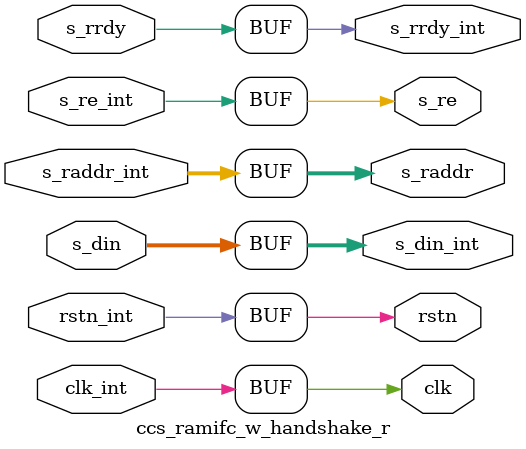
<source format=v>


module ccs_ramifc_w_handshake_r (clk_int, rstn_int, s_re_int, s_rrdy_int, s_raddr_int, s_din_int,
                                 clk,     rstn,     s_re,     s_rrdy,     s_raddr,     s_din);

   parameter   rscid    = 1;     // Resource ID
   parameter   depth    = 16;    // SCVerify needs depth for the transactor
   parameter   op_width = 1;     // dummy parameter for cwidth calculation
   parameter   width    = 16;    // Catapult data bus width (multiples of 8)
   parameter   addr_w   = 4;     // Catapult address bus width
   parameter   rst_ph   = 0;     // reset phase
   parameter   nopreload = 0; // SCVerify transactor needs this

   input                clk_int;
   input                rstn_int;
   output               s_rrdy_int;
   input                s_re_int;
   input [addr_w-1 : 0] s_raddr_int;
   output [width-1:0]   s_din_int;
   
   output               clk;
   output               rstn;
   input                s_rrdy;
   output               s_re;
   output [addr_w-1 : 0] s_raddr;
   input [width-1:0]     s_din;
   
   assign s_rrdy_int = s_rrdy;
   assign s_din_int  = s_din;
   assign s_re       = s_re_int;
   assign s_raddr    = s_raddr_int;
   assign clk        = clk_int;
   assign rstn       = rstn_int;
   
endmodule


</source>
